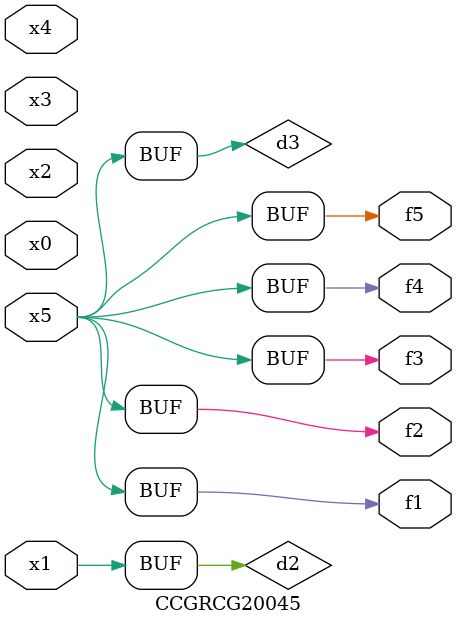
<source format=v>
module CCGRCG20045(
	input x0, x1, x2, x3, x4, x5,
	output f1, f2, f3, f4, f5
);

	wire d1, d2, d3;

	not (d1, x5);
	or (d2, x1);
	xnor (d3, d1);
	assign f1 = d3;
	assign f2 = d3;
	assign f3 = d3;
	assign f4 = d3;
	assign f5 = d3;
endmodule

</source>
